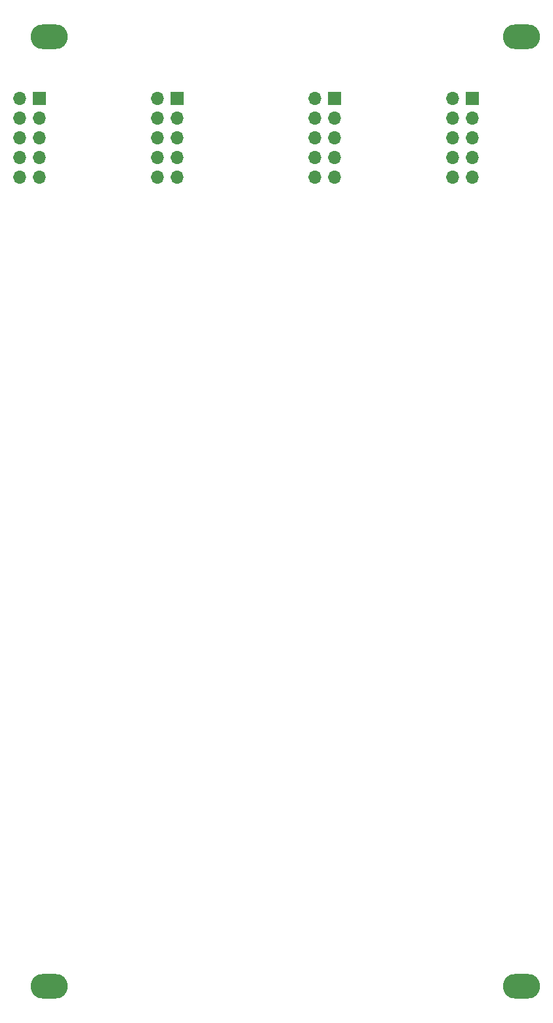
<source format=gts>
%TF.GenerationSoftware,KiCad,Pcbnew,8.0.6*%
%TF.CreationDate,2024-11-05T14:38:24+11:00*%
%TF.ProjectId,CherrySwitches_3U15HP5x4,43686572-7279-4537-9769-74636865735f,rev?*%
%TF.SameCoordinates,Original*%
%TF.FileFunction,Soldermask,Top*%
%TF.FilePolarity,Negative*%
%FSLAX46Y46*%
G04 Gerber Fmt 4.6, Leading zero omitted, Abs format (unit mm)*
G04 Created by KiCad (PCBNEW 8.0.6) date 2024-11-05 14:38:24*
%MOMM*%
%LPD*%
G01*
G04 APERTURE LIST*
%ADD10O,4.800000X3.200000*%
%ADD11R,1.700000X1.700000*%
%ADD12O,1.700000X1.700000*%
G04 APERTURE END LIST*
D10*
%TO.C,H4*%
X68579600Y-127925000D03*
%TD*%
%TO.C,H2*%
X7619620Y-127925000D03*
%TD*%
D11*
%TO.C,J4*%
X62230000Y-13335000D03*
D12*
X59690000Y-13335000D03*
X62230000Y-15875000D03*
X59690000Y-15875000D03*
X62230000Y-18415000D03*
X59690000Y-18415000D03*
X62230000Y-20955000D03*
X59690000Y-20955000D03*
X62230000Y-23495000D03*
X59690000Y-23495000D03*
%TD*%
D10*
%TO.C,H3*%
X68579600Y-5425000D03*
%TD*%
D11*
%TO.C,J1*%
X6350000Y-13335000D03*
D12*
X3810000Y-13335000D03*
X6350000Y-15875000D03*
X3810000Y-15875000D03*
X6350000Y-18415000D03*
X3810000Y-18415000D03*
X6350000Y-20955000D03*
X3810000Y-20955000D03*
X6350000Y-23495000D03*
X3810000Y-23495000D03*
%TD*%
D11*
%TO.C,J2*%
X24130000Y-13335000D03*
D12*
X21590000Y-13335000D03*
X24130000Y-15875000D03*
X21590000Y-15875000D03*
X24130000Y-18415000D03*
X21590000Y-18415000D03*
X24130000Y-20955000D03*
X21590000Y-20955000D03*
X24130000Y-23495000D03*
X21590000Y-23495000D03*
%TD*%
D10*
%TO.C,H1*%
X7619620Y-5425000D03*
%TD*%
D11*
%TO.C,J3*%
X44450000Y-13335000D03*
D12*
X41910000Y-13335000D03*
X44450000Y-15875000D03*
X41910000Y-15875000D03*
X44450000Y-18415000D03*
X41910000Y-18415000D03*
X44450000Y-20955000D03*
X41910000Y-20955000D03*
X44450000Y-23495000D03*
X41910000Y-23495000D03*
%TD*%
M02*

</source>
